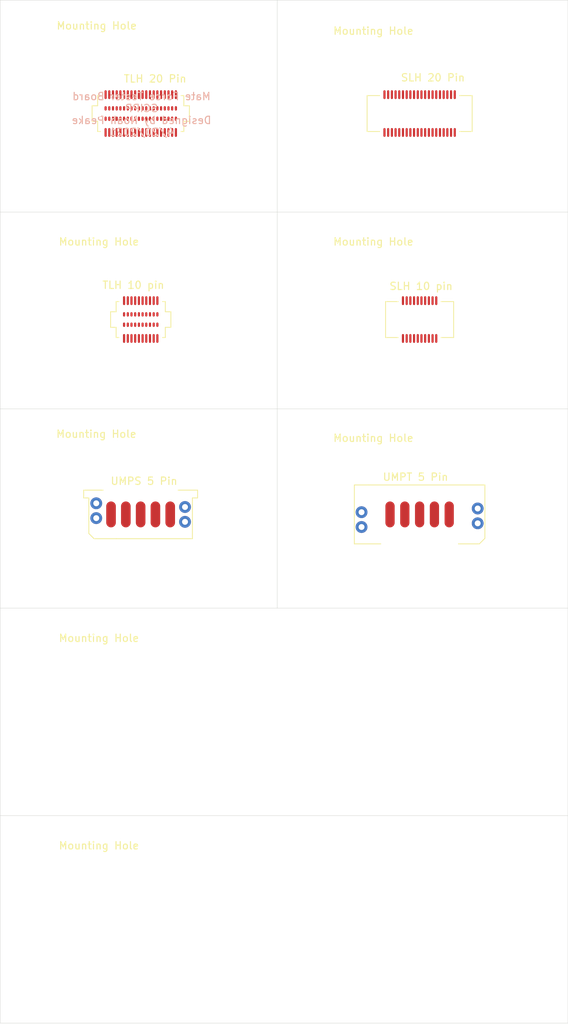
<source format=kicad_pcb>
(kicad_pcb (version 20171130) (host pcbnew "(5.1.4)-1")
  (title_block (title "Mate Force Tester Board") (date 2021-04-20) (rev v1) (company SCIPP) (comment 1 "Designed by Noah Peake") (comment 2 "Used to test mate force of the connectors after irradiation"))
  (layers (0 F.Cu signal) (31 B.Cu signal) (34 B.Paste user) (35 F.Paste user) (36 B.SilkS user) (37 F.SilkS user) (38 B.Mask user) (39 F.Mask user) (44 Edge.Cuts user))
  (net 0 "")
  (module MountingHole:MountingHole_3mm (layer F.Cu) (at 64.4 138)
    (fp_text reference H29)
    (fp_text value MountingHole_3mm)
    (fp_text user "Mounting Hole" (at 9.25 0) (layer F.SilkS))
    (pad "" np_thru_hole circle (at 0 0) (size 3 3) (drill 3) (layers *.Cu *.Mask))
  )
  (module MountingHole:MountingHole_3mm (layer F.Cu) (at 64.4 158)
    (fp_text reference H31)
    (fp_text value MountingHole_3mm)
    (pad 1 np_thru_hole circle (at 0 0) (size 3 3) (drill 3) (layers *.Cu *.Mask))
  )
  (module MountingHole:MountingHole_3mm (layer F.Cu) (at 133 158)
    (fp_text reference H32)
    (fp_text value MountingHole_3mm)
    (pad 1 np_thru_hole circle (at 0 0) (size 3 3) (drill 3) (layers *.Cu *.Mask))
  )
  (module MountingHole:MountingHole_3mm (layer F.Cu) (at 133 138)
    (fp_text reference H30)
    (fp_text value MountingHole_3mm)
    (pad 1 np_thru_hole circle (at 0 0) (size 3 3) (drill 3) (layers *.Cu *.Mask))
  )
  (module MountingHole:MountingHole_3mm (layer F.Cu) (at 133 110)
    (fp_text reference H26)
    (fp_text value MountingHole_3mm)
    (pad 1 np_thru_hole circle (at 0 0) (size 3 3) (drill 3) (layers *.Cu *.Mask))
  )
  (module MountingHole:MountingHole_3mm (layer F.Cu) (at 133 130)
    (fp_text reference H28)
    (fp_text value MountingHole_3mm)
    (pad 1 np_thru_hole circle (at 0 0) (size 3 3) (drill 3) (layers *.Cu *.Mask))
  )
  (module MountingHole:MountingHole_3mm (layer F.Cu) (at 64.4 130)
    (fp_text reference H27)
    (fp_text value MountingHole_3mm)
    (pad 1 np_thru_hole circle (at 0 0) (size 3 3) (drill 3) (layers *.Cu *.Mask))
  )
  (module MountingHole:MountingHole_3mm (layer F.Cu) (at 64.4 110)
    (fp_text reference H25)
    (fp_text value MountingHole_3mm)
    (fp_text user "Mounting Hole" (at 9.25 0) (layer F.SilkS))
    (pad "" np_thru_hole circle (at 0 0) (size 3 3) (drill 3) (layers *.Cu *.Mask))
  )
  (module MountingHole:MountingHole_3mm (layer F.Cu) (at 101.5 83)
    (fp_text reference H21)
    (fp_text value MountingHole_3mm)
    (fp_text user "Mounting Hole" (at 9.25 0) (layer F.SilkS))
    (pad "" np_thru_hole circle (at 0 0) (size 3 3) (drill 3) (layers *.Cu *.Mask))
  )
  (module MountingHole:MountingHole_3mm (layer F.Cu) (at 64.4 83)
    (fp_text reference H17)
    (fp_text value MountingHole_3mm)
    (fp_text user "Mounting Hole" (at 8.9 -0.55) (layer F.SilkS))
    (pad "" np_thru_hole circle (at 0 0) (size 3 3) (drill 3) (layers *.Cu *.Mask))
  )
  (module MountingHole:MountingHole_3mm (layer F.Cu) (at 101.5 56.5)
    (fp_text reference H13)
    (fp_text value MountingHole_3mm)
    (fp_text user "Mounting Hole" (at 9.25 0) (layer F.SilkS))
    (pad "" np_thru_hole circle (at 0 0) (size 3 3) (drill 3) (layers *.Cu *.Mask))
  )
  (module MountingHole:MountingHole_3mm (layer F.Cu) (at 101.5 28.05)
    (fp_text reference H5)
    (fp_text value MountingHole_3mm)
    (fp_text user "Mounting Hole" (at 9.25 0) (layer F.SilkS))
    (pad "" np_thru_hole circle (at 0 0) (size 3 3) (drill 3) (layers *.Cu *.Mask))
  )
  (module MountingHole:MountingHole_3mm (layer F.Cu) (at 64.4 56.5)
    (fp_text reference H9)
    (fp_text value MountingHole_3mm)
    (fp_text user "Mounting Hole" (at 9.25 0) (layer F.SilkS))
    (pad "" np_thru_hole circle (at 0 0) (size 3 3) (drill 3) (layers *.Cu *.Mask))
  )
  (module MountingHole:MountingHole_3mm (layer F.Cu) (at 101.5 48.7)
    (fp_text reference H7)
    (fp_text value MountingHole_3mm)
    (pad 1 np_thru_hole circle (at 0 0) (size 3 3) (drill 3) (layers *.Cu *.Mask))
  )
  (module MountingHole:MountingHole_3mm (layer F.Cu) (at 133 48.7)
    (fp_text reference H8)
    (fp_text value MountingHole_3mm)
    (pad 1 np_thru_hole circle (at 0 0) (size 3 3) (drill 3) (layers *.Cu *.Mask))
  )
  (module MountingHole:MountingHole_3mm (layer F.Cu) (at 133 102)
    (fp_text reference H24)
    (fp_text value MountingHole_3mm)
    (pad 1 np_thru_hole circle (at 0 0) (size 3 3) (drill 3) (layers *.Cu *.Mask))
  )
  (module MountingHole:MountingHole_3mm (layer F.Cu) (at 133 83)
    (fp_text reference H22)
    (fp_text value MountingHole_3mm)
    (pad 1 np_thru_hole circle (at 0 0) (size 3 3) (drill 3) (layers *.Cu *.Mask))
  )
  (module MountingHole:MountingHole_3mm (layer F.Cu) (at 101.5 102)
    (fp_text reference H23)
    (fp_text value MountingHole_3mm)
    (pad 1 np_thru_hole circle (at 0 0) (size 3 3) (drill 3) (layers *.Cu *.Mask))
  )
  (module MountingHole:MountingHole_3mm (layer F.Cu) (at 94 102)
    (fp_text reference H20)
    (fp_text value MountingHole_3mm)
    (pad 1 np_thru_hole circle (at 0 0) (size 3 3) (drill 3) (layers *.Cu *.Mask))
  )
  (module MountingHole:MountingHole_3mm (layer F.Cu) (at 94.05 83)
    (fp_text reference H18)
    (fp_text value MountingHole_3mm)
    (pad 1 np_thru_hole circle (at 0 0) (size 3 3) (drill 3) (layers *.Cu *.Mask))
  )
  (module MountingHole:MountingHole_3mm (layer F.Cu) (at 64.4 102)
    (fp_text reference H19)
    (fp_text value MountingHole_3mm)
    (pad 1 np_thru_hole circle (at 0 0) (size 3 3) (drill 3) (layers *.Cu *.Mask))
  )
  (module MountingHole:MountingHole_3mm (layer F.Cu) (at 133 56.5)
    (fp_text reference H14)
    (fp_text value MountingHole_3mm)
    (pad 1 np_thru_hole circle (at 0 0) (size 3 3) (drill 3) (layers *.Cu *.Mask))
  )
  (module MountingHole:MountingHole_3mm (layer F.Cu) (at 133 75)
    (fp_text reference H16)
    (fp_text value MountingHole_3mm)
    (pad 1 np_thru_hole circle (at 0 0) (size 3 3) (drill 3) (layers *.Cu *.Mask))
  )
  (module MountingHole:MountingHole_3mm (layer F.Cu) (at 101.5 75)
    (fp_text reference H15)
    (fp_text value MountingHole_3mm)
    (pad 1 np_thru_hole circle (at 0 0) (size 3 3) (drill 3) (layers *.Cu *.Mask))
  )
  (module MountingHole:MountingHole_3mm (layer F.Cu) (at 133 27.95)
    (fp_text reference H6)
    (fp_text value MountingHole_3mm)
    (pad 1 np_thru_hole circle (at 0 0) (size 3 3) (drill 3) (layers *.Cu *.Mask))
  )
  (module MountingHole:MountingHole_3mm (layer F.Cu) (at 94 56.5)
    (fp_text reference H10)
    (fp_text value MountingHole_3mm)
    (pad 1 np_thru_hole circle (at 0 0) (size 3 3) (drill 3) (layers *.Cu *.Mask))
  )
  (module MountingHole:MountingHole_3mm (layer F.Cu) (at 94 75)
    (fp_text reference H12)
    (fp_text value MountingHole_3mm)
    (pad 1 np_thru_hole circle (at 0 0) (size 3 3) (drill 3) (layers *.Cu *.Mask))
  )
  (module MountingHole:MountingHole_3mm (layer F.Cu) (at 64.4 75)
    (fp_text reference H11)
    (fp_text value MountingHole_3mm)
    (pad 1 np_thru_hole circle (at 0 0) (size 3 3) (drill 3) (layers *.Cu *.Mask))
  )
  (module MountingHole:MountingHole_3mm (layer F.Cu) (at 94 27.95)
    (fp_text reference H2)
    (fp_text value MountingHole_3mm)
    (pad 1 np_thru_hole circle (at 0 0) (size 3 3) (drill 3) (layers *.Cu *.Mask))
  )
  (module MountingHole:MountingHole_3mm (layer F.Cu) (at 94 48.7)
    (fp_text reference H4)
    (fp_text value MountingHole_3mm)
    (pad 1 np_thru_hole circle (at 0 0) (size 3 3) (drill 3) (layers *.Cu *.Mask))
  )
  (module MountingHole:MountingHole_3mm (layer F.Cu) (at 64.4 48.7)
    (fp_text reference H3)
    (fp_text value MountingHole_3mm)
    (pad 1 np_thru_hole circle (at 0 0) (size 3 3) (drill 3) (layers *.Cu *.Mask))
  )
  (module MountingHole:MountingHole_3mm (layer F.Cu) (at 64.4 27.85)
    (fp_text reference H1)
    (fp_text value MountingHole_3mm)
    (fp_text user "Mounting Hole" (at 8.95 -0.5) (layer F.SilkS))
    (pad "" np_thru_hole circle (at 0 0) (size 3 3) (drill 3) (layers *.Cu *.Mask))
  )
  (module "SCIPP_Connectors:UMPS 5 Pin" (layer F.Cu) (at 79.3 93.3)
    (fp_text reference J5)
    (fp_text value "UMPS 5 Pin" (at 0.45 -4.5) (layer F.SilkS))
    (fp_line (start -6.3144 3.274248) (end -3.2894 3.274248) (layer F.SilkS) (width 0.12))
    (fp_line (start -7.0144 -1.650752) (end -7.0144 -2.225752) (layer F.SilkS) (width 0.12))
    (fp_line (start -7.7144 -3.275752) (end -5.0894 -3.275752) (layer F.SilkS) (width 0.12))
    (fp_line (start -7.7144 -2.225752) (end -7.7144 -3.275752) (layer F.SilkS) (width 0.12))
    (fp_line (start -7.0144 -1.650752) (end -7.0144 2.574248) (layer F.SilkS) (width 0.12))
    (fp_line (start -7.0144 2.574248) (end -6.3144 3.274248) (layer F.SilkS) (width 0.12))
    (fp_line (start -7.0144 -2.225752) (end -7.7144 -2.225752) (layer F.SilkS) (width 0.12))
    (fp_line (start 7.6856 -3.275752) (end 7.6856 -2.250752) (layer F.SilkS) (width 0.12))
    (fp_line (start 7.6606 -3.275752) (end 5.0606 -3.275752) (layer F.SilkS) (width 0.12))
    (fp_line (start 7.6606 -3.275752) (end 7.6856 -3.275752) (layer F.SilkS) (width 0.12))
    (fp_line (start 6.9856 3.249248) (end 6.9856 3.274248) (layer F.SilkS) (width 0.12))
    (fp_line (start 6.9856 3.274248) (end -3.2894 3.274248) (layer F.SilkS) (width 0.12))
    (fp_line (start 7.6856 -2.250752) (end 7.6856 -2.225752) (layer F.SilkS) (width 0.12))
    (fp_line (start 6.9856 -2.225752) (end 6.9856 3.249248) (layer F.SilkS) (width 0.12))
    (fp_line (start 7.6856 -2.225752) (end 7.0106 -2.225752) (layer F.SilkS) (width 0.12))
    (fp_line (start 7.0106 -2.225752) (end 6.9856 -2.225752) (layer F.SilkS) (width 0.12))
    (pad 1 smd oval (at -4.0144 -0.000752) (size 1.3 3.5) (layers F.Cu F.Paste F.Mask))
    (pad 6 thru_hole circle (at -6.0144 -1.500752) (size 1.6 1.6) (drill 0.8) (layers *.Cu *.Mask))
    (pad 7 thru_hole circle (at -6.0144 0.499248) (size 1.6 1.6) (drill 0.8) (layers *.Cu *.Mask))
    (pad 8 thru_hole circle (at 5.9856 -1.000752) (size 1.6 1.6) (drill 0.8) (layers *.Cu *.Mask))
    (pad 2 smd oval (at -2.0144 -0.000752) (size 1.3 3.5) (layers F.Cu F.Paste F.Mask))
    (pad 5 smd oval (at 3.9856 -0.000752) (size 1.3 3.5) (layers F.Cu F.Paste F.Mask))
    (pad 9 thru_hole circle (at 5.9856 0.999248) (size 1.6 1.6) (drill 0.8) (layers *.Cu *.Mask))
    (pad 4 smd oval (at 1.9856 -0.000752) (size 1.3 3.5) (layers F.Cu F.Paste F.Mask))
    (pad 3 smd oval (at -0.0144 -0.000752) (size 1.3 3.5) (layers F.Cu F.Paste F.Mask))
  )
  (module "SCIPP_Connectors:UMPT 5 Pin" (layer F.Cu) (at 117 93.3)
    (fp_text reference J6)
    (fp_text value "UMPT 5 Pin" (at -0.55 -5.05) (layer F.SilkS))
    (fp_line (start -8.825 -3.975) (end -6.825 -3.975) (layer F.SilkS) (width 0.12))
    (fp_line (start -8.825 3.975) (end -8.825 -1.1) (layer F.SilkS) (width 0.12))
    (fp_line (start -8.825 3.975) (end -5.25 3.975) (layer F.SilkS) (width 0.12))
    (fp_line (start -8.825 -1.1) (end -8.825 -3.975) (layer F.SilkS) (width 0.12))
    (fp_line (start -8.8 3.975) (end -8.825 3.975) (layer F.SilkS) (width 0.12))
    (fp_line (start 8.825 -3.975) (end 8.825 3.225) (layer F.SilkS) (width 0.12))
    (fp_line (start 8.075 3.975) (end 5.25 3.975) (layer F.SilkS) (width 0.12))
    (fp_line (start -6.825 -3.975) (end 8.825 -3.975) (layer F.SilkS) (width 0.12))
    (fp_line (start 8.825 3.225) (end 8.075 3.975) (layer F.SilkS) (width 0.12))
    (pad 7 thru_hole circle (at -7.85 1.7) (size 1.6 1.6) (drill 0.8) (layers *.Cu *.Mask))
    (pad 6 thru_hole circle (at -7.85 -0.3) (size 1.6 1.6) (drill 0.8) (layers *.Cu *.Mask))
    (pad 5 smd oval (at -4 0) (size 1.25 3.5) (layers F.Cu F.Paste F.Mask))
    (pad 9 thru_hole circle (at 7.85 1.2) (size 1.6 1.6) (drill 0.8) (layers *.Cu *.Mask))
    (pad 1 smd oval (at 4 0) (size 1.25 3.5) (layers F.Cu F.Paste F.Mask))
    (pad 3 smd oval (at 0 0) (size 1.25 3.5) (layers F.Cu F.Paste F.Mask))
    (pad 8 thru_hole circle (at 7.85 -0.8) (size 1.6 1.6) (drill 0.8) (layers *.Cu *.Mask))
    (pad 2 smd oval (at 2 0) (size 1.25 3.5) (layers F.Cu F.Paste F.Mask))
    (pad 4 smd oval (at -2 0) (size 1.25 3.5) (layers F.Cu F.Paste F.Mask))
  )
  (module "SCIPP_Connectors:SLH (mp)" (layer F.Cu) (at 117 67)
    (fp_text reference J4)
    (fp_text value "SLH 10 pin" (at 0.2 -4.5) (layer F.SilkS))
    (fp_line (start -4.6 2.425) (end -4.6 -2.4) (layer F.SilkS) (width 0.12))
    (fp_line (start 4.6 2.425) (end 2.9 2.425) (layer F.SilkS) (width 0.12))
    (fp_line (start -2.9 2.425) (end -4.6 2.425) (layer F.SilkS) (width 0.12))
    (fp_line (start -4.6 -2.425) (end -2.9 -2.425) (layer F.SilkS) (width 0.12))
    (fp_line (start 4.6 2.4) (end 4.6 2.425) (layer F.SilkS) (width 0.12))
    (fp_line (start -4.6 -2.4) (end -4.6 -2.425) (layer F.SilkS) (width 0.12))
    (fp_line (start 2.9 -2.425) (end 4.6 -2.425) (layer F.SilkS) (width 0.12))
    (fp_line (start 4.6 -2.425) (end 4.6 2.4) (layer F.SilkS) (width 0.12))
    (pad 20 smd oval (at 2.25 -2.55) (size 0.3 1.2) (layers F.Cu F.Paste F.Mask))
    (pad 19 smd oval (at 2.25 2.55) (size 0.3 1.2) (layers F.Cu F.Paste F.Mask))
    (pad 18 smd oval (at 1.75 -2.55) (size 0.3 1.2) (layers F.Cu F.Paste F.Mask))
    (pad 17 smd oval (at 1.75 2.55) (size 0.3 1.2) (layers F.Cu F.Paste F.Mask))
    (pad 16 smd oval (at 1.25 -2.55) (size 0.3 1.2) (layers F.Cu F.Paste F.Mask))
    (pad 15 smd oval (at 1.25 2.55) (size 0.3 1.2) (layers F.Cu F.Paste F.Mask))
    (pad 14 smd oval (at 0.75 -2.55) (size 0.3 1.2) (layers F.Cu F.Paste F.Mask))
    (pad 13 smd oval (at 0.75 2.55) (size 0.3 1.2) (layers F.Cu F.Paste F.Mask))
    (pad 12 smd oval (at 0.25 -2.55) (size 0.3 1.2) (layers F.Cu F.Paste F.Mask))
    (pad 11 smd oval (at 0.25 2.55) (size 0.3 1.2) (layers F.Cu F.Paste F.Mask))
    (pad 10 smd oval (at -0.25 -2.55) (size 0.3 1.2) (layers F.Cu F.Paste F.Mask))
    (pad 9 smd oval (at -0.25 2.55) (size 0.3 1.2) (layers F.Cu F.Paste F.Mask))
    (pad 8 smd oval (at -0.75 -2.55) (size 0.3 1.2) (layers F.Cu F.Paste F.Mask))
    (pad 7 smd oval (at -0.75 2.55) (size 0.3 1.2) (layers F.Cu F.Paste F.Mask))
    (pad 6 smd oval (at -1.25 -2.55) (size 0.3 1.2) (layers F.Cu F.Paste F.Mask))
    (pad 5 smd oval (at -1.25 2.55) (size 0.3 1.2) (layers F.Cu F.Paste F.Mask))
    (pad 4 smd oval (at -1.75 -2.55) (size 0.3 1.2) (layers F.Cu F.Paste F.Mask))
    (pad 3 smd oval (at -1.75 2.55) (size 0.3 1.2) (layers F.Cu F.Paste F.Mask))
    (pad 2 smd oval (at -2.25 -2.55) (size 0.3 1.2) (layers F.Cu F.Paste F.Mask))
    (pad 1 smd oval (at -2.25 2.55) (size 0.3 1.2) (layers F.Cu F.Paste F.Mask))
    (pad "" np_thru_hole circle (at -3.2 0) (size 0.9 0.9) (drill 0.9) (layers *.Cu *.Mask))
    (pad "" np_thru_hole circle (at 3.2 0) (size 0.9 0.9) (drill 0.9) (layers *.Cu *.Mask))
  )
  (module "SCIPP_Connectors:TLH (mp)" (layer F.Cu) (at 79.3 67)
    (fp_text reference J3)
    (fp_text value "TLH 10 pin" (at -1 -4.65) (layer F.SilkS))
    (fp_line (start 4.075 -1.05) (end 4.075 1.05) (layer F.SilkS) (width 0.12))
    (fp_line (start 3.325 1.05) (end 3.325 2.425) (layer F.SilkS) (width 0.12))
    (fp_line (start -4.075 -1.05) (end -3.325 -1.05) (layer F.SilkS) (width 0.12))
    (fp_line (start 3.325 -1.05) (end 4.075 -1.05) (layer F.SilkS) (width 0.12))
    (fp_line (start 3.3 -2.425) (end 3.325 -2.425) (layer F.SilkS) (width 0.12))
    (fp_line (start 3.325 -2.425) (end 3.325 -1.05) (layer F.SilkS) (width 0.12))
    (fp_line (start -3.3 2.425) (end -3.325 2.425) (layer F.SilkS) (width 0.12))
    (fp_line (start -3.325 -2.425) (end -2.95 -2.425) (layer F.SilkS) (width 0.12))
    (fp_line (start 4.075 1.05) (end 3.325 1.05) (layer F.SilkS) (width 0.12))
    (fp_line (start 2.95 -2.425) (end 3.3 -2.425) (layer F.SilkS) (width 0.12))
    (fp_line (start 3.325 2.425) (end 2.95 2.425) (layer F.SilkS) (width 0.12))
    (fp_line (start -3.325 2.425) (end -3.325 1.05) (layer F.SilkS) (width 0.12))
    (fp_line (start -3.325 1.05) (end -4.075 1.05) (layer F.SilkS) (width 0.12))
    (fp_line (start -3.325 -1.05) (end -3.325 -2.425) (layer F.SilkS) (width 0.12))
    (fp_line (start -4.075 1.05) (end -4.075 -1.05) (layer F.SilkS) (width 0.12))
    (fp_line (start -2.95 2.425) (end -3.3 2.425) (layer F.SilkS) (width 0.12))
    (pad 20 smd oval (at 2.25 0.7) (size 0.3 0.6) (layers F.Cu F.Paste F.Mask))
    (pad 19 smd oval (at 2.25 -0.7) (size 0.3 0.6) (layers F.Cu F.Paste F.Mask))
    (pad 18 smd oval (at 1.75 0.7) (size 0.3 0.6) (layers F.Cu F.Paste F.Mask))
    (pad 17 smd oval (at 1.75 -0.7) (size 0.3 0.6) (layers F.Cu F.Paste F.Mask))
    (pad 16 smd oval (at 1.25 0.7) (size 0.3 0.6) (layers F.Cu F.Paste F.Mask))
    (pad 15 smd oval (at 1.25 -0.7) (size 0.3 0.6) (layers F.Cu F.Paste F.Mask))
    (pad 14 smd oval (at 0.75 0.7) (size 0.3 0.6) (layers F.Cu F.Paste F.Mask))
    (pad 13 smd oval (at 0.75 -0.7) (size 0.3 0.6) (layers F.Cu F.Paste F.Mask))
    (pad 12 smd oval (at 0.25 0.7) (size 0.3 0.6) (layers F.Cu F.Paste F.Mask))
    (pad 11 smd oval (at 0.25 -0.7) (size 0.3 0.6) (layers F.Cu F.Paste F.Mask))
    (pad 10 smd oval (at -0.25 0.7) (size 0.3 0.6) (layers F.Cu F.Paste F.Mask))
    (pad 9 smd oval (at -0.25 -0.7) (size 0.3 0.6) (layers F.Cu F.Paste F.Mask))
    (pad 8 smd oval (at -0.75 0.7) (size 0.3 0.6) (layers F.Cu F.Paste F.Mask))
    (pad 7 smd oval (at -0.75 -0.7) (size 0.3 0.6) (layers F.Cu F.Paste F.Mask))
    (pad 6 smd oval (at -1.25 0.7) (size 0.3 0.6) (layers F.Cu F.Paste F.Mask))
    (pad 5 smd oval (at -1.25 -0.7) (size 0.3 0.6) (layers F.Cu F.Paste F.Mask))
    (pad 4 smd oval (at -1.75 0.7) (size 0.3 0.6) (layers F.Cu F.Paste F.Mask))
    (pad 3 smd oval (at -1.75 -0.7) (size 0.3 0.6) (layers F.Cu F.Paste F.Mask))
    (pad 2 smd oval (at -2.25 0.7) (size 0.3 0.6) (layers F.Cu F.Paste F.Mask))
    (pad 20 smd oval (at 2.25 2.55) (size 0.3 1.2) (layers F.Cu F.Paste F.Mask))
    (pad 19 smd oval (at 2.25 -2.55) (size 0.3 1.2) (layers F.Cu F.Paste F.Mask))
    (pad 18 smd oval (at 1.75 2.55) (size 0.3 1.2) (layers F.Cu F.Paste F.Mask))
    (pad 17 smd oval (at 1.75 -2.55) (size 0.3 1.2) (layers F.Cu F.Paste F.Mask))
    (pad 16 smd oval (at 1.25 2.55) (size 0.3 1.2) (layers F.Cu F.Paste F.Mask))
    (pad 15 smd oval (at 1.25 -2.55) (size 0.3 1.2) (layers F.Cu F.Paste F.Mask))
    (pad 14 smd oval (at 0.75 2.55) (size 0.3 1.2) (layers F.Cu F.Paste F.Mask))
    (pad 13 smd oval (at 0.75 -2.55) (size 0.3 1.2) (layers F.Cu F.Paste F.Mask))
    (pad 12 smd oval (at 0.25 2.55) (size 0.3 1.2) (layers F.Cu F.Paste F.Mask))
    (pad 11 smd oval (at 0.25 -2.55) (size 0.3 1.2) (layers F.Cu F.Paste F.Mask))
    (pad 10 smd oval (at -0.25 2.55) (size 0.3 1.2) (layers F.Cu F.Paste F.Mask))
    (pad 9 smd oval (at -0.25 -2.55) (size 0.3 1.2) (layers F.Cu F.Paste F.Mask))
    (pad 8 smd oval (at -0.75 2.55) (size 0.3 1.2) (layers F.Cu F.Paste F.Mask))
    (pad 7 smd oval (at -0.75 -2.55) (size 0.3 1.2) (layers F.Cu F.Paste F.Mask))
    (pad 6 smd oval (at -1.25 2.55) (size 0.3 1.2) (layers F.Cu F.Paste F.Mask))
    (pad 5 smd oval (at -1.25 -2.55) (size 0.3 1.2) (layers F.Cu F.Paste F.Mask))
    (pad 4 smd oval (at -1.75 2.55) (size 0.3 1.2) (layers F.Cu F.Paste F.Mask))
    (pad 3 smd oval (at -1.75 -2.55) (size 0.3 1.2) (layers F.Cu F.Paste F.Mask))
    (pad 2 smd oval (at -2.25 2.55) (size 0.3 1.2) (layers F.Cu F.Paste F.Mask))
    (pad 1 smd oval (at -2.25 -2.55) (size 0.3 1.2) (layers F.Cu F.Paste F.Mask))
    (pad "" np_thru_hole circle (at 3.2 0) (size 0.9 0.9) (drill 0.9) (layers *.Cu *.Mask))
    (pad "" np_thru_hole circle (at -3.2 0) (size 0.9 0.9) (drill 0.9) (layers *.Cu *.Mask))
    (pad 1 smd oval (at -2.25 -0.7) (size 0.3 0.6) (layers F.Cu F.Paste F.Mask))
  )
  (module "SCIPP_Connectors:SLH 20 Pin" (layer F.Cu) (at 117 39.2)
    (fp_text reference J2)
    (fp_text value "SLH 20 Pin" (at 1.8 -4.85) (layer F.SilkS))
    (fp_line (start 7.101 -2.4255) (end 7.101 2.3995) (layer F.SilkS) (width 0.12))
    (fp_line (start 7.101 2.3995) (end 7.101 2.4245) (layer F.SilkS) (width 0.12))
    (fp_line (start 5.401 -2.4255) (end 7.101 -2.4255) (layer F.SilkS) (width 0.12))
    (fp_line (start 7.101 2.4245) (end 5.401 2.4245) (layer F.SilkS) (width 0.12))
    (fp_line (start -7.099 -2.4255) (end -5.399 -2.4255) (layer F.SilkS) (width 0.12))
    (fp_line (start -7.099 -2.4005) (end -7.099 -2.4255) (layer F.SilkS) (width 0.12))
    (fp_line (start -7.099 2.4245) (end -7.099 -2.4005) (layer F.SilkS) (width 0.12))
    (fp_line (start -5.399 2.4245) (end -7.099 2.4245) (layer F.SilkS) (width 0.12))
    (pad 40 smd oval (at 4.75 -2.55 180) (size 0.3 1.2) (layers F.Cu F.Paste F.Mask))
    (pad 39 smd oval (at 4.75 2.55 180) (size 0.3 1.2) (layers F.Cu F.Paste F.Mask))
    (pad 38 smd oval (at 4.25 -2.55 180) (size 0.3 1.2) (layers F.Cu F.Paste F.Mask))
    (pad 37 smd oval (at 4.25 2.55 180) (size 0.3 1.2) (layers F.Cu F.Paste F.Mask))
    (pad 36 smd oval (at 3.75 -2.55 180) (size 0.3 1.2) (layers F.Cu F.Paste F.Mask))
    (pad 35 smd oval (at 3.75 2.55 180) (size 0.3 1.2) (layers F.Cu F.Paste F.Mask))
    (pad 34 smd oval (at 3.25 -2.55 180) (size 0.3 1.2) (layers F.Cu F.Paste F.Mask))
    (pad 33 smd oval (at 3.25 2.55 180) (size 0.3 1.2) (layers F.Cu F.Paste F.Mask))
    (pad 32 smd oval (at 2.75 -2.55 180) (size 0.3 1.2) (layers F.Cu F.Paste F.Mask))
    (pad 31 smd oval (at 2.75 2.55 180) (size 0.3 1.2) (layers F.Cu F.Paste F.Mask))
    (pad 30 smd oval (at 2.25 -2.55 180) (size 0.3 1.2) (layers F.Cu F.Paste F.Mask))
    (pad 29 smd oval (at 2.25 2.55 180) (size 0.3 1.2) (layers F.Cu F.Paste F.Mask))
    (pad 28 smd oval (at 1.75 -2.55 180) (size 0.3 1.2) (layers F.Cu F.Paste F.Mask))
    (pad 27 smd oval (at 1.75 2.55 180) (size 0.3 1.2) (layers F.Cu F.Paste F.Mask))
    (pad 26 smd oval (at 1.25 -2.55 180) (size 0.3 1.2) (layers F.Cu F.Paste F.Mask))
    (pad 25 smd oval (at 1.25 2.55 180) (size 0.3 1.2) (layers F.Cu F.Paste F.Mask))
    (pad 24 smd oval (at 0.75 -2.55 180) (size 0.3 1.2) (layers F.Cu F.Paste F.Mask))
    (pad 23 smd oval (at 0.75 2.55 180) (size 0.3 1.2) (layers F.Cu F.Paste F.Mask))
    (pad 22 smd oval (at 0.25 -2.55 180) (size 0.3 1.2) (layers F.Cu F.Paste F.Mask))
    (pad 21 smd oval (at 0.25 2.55 180) (size 0.3 1.2) (layers F.Cu F.Paste F.Mask))
    (pad 20 smd oval (at -0.25 -2.55 180) (size 0.3 1.2) (layers F.Cu F.Paste F.Mask))
    (pad 19 smd oval (at -0.25 2.55 180) (size 0.3 1.2) (layers F.Cu F.Paste F.Mask))
    (pad 18 smd oval (at -0.75 -2.55 180) (size 0.3 1.2) (layers F.Cu F.Paste F.Mask))
    (pad 17 smd oval (at -0.75 2.55 180) (size 0.3 1.2) (layers F.Cu F.Paste F.Mask))
    (pad 16 smd oval (at -1.25 -2.55 180) (size 0.3 1.2) (layers F.Cu F.Paste F.Mask))
    (pad 15 smd oval (at -1.25 2.55 180) (size 0.3 1.2) (layers F.Cu F.Paste F.Mask))
    (pad 14 smd oval (at -1.75 -2.55 180) (size 0.3 1.2) (layers F.Cu F.Paste F.Mask))
    (pad 13 smd oval (at -1.75 2.55 180) (size 0.3 1.2) (layers F.Cu F.Paste F.Mask))
    (pad 12 smd oval (at -2.25 -2.55 180) (size 0.3 1.2) (layers F.Cu F.Paste F.Mask))
    (pad 11 smd oval (at -2.25 2.55 180) (size 0.3 1.2) (layers F.Cu F.Paste F.Mask))
    (pad 10 smd oval (at -2.75 -2.55 180) (size 0.3 1.2) (layers F.Cu F.Paste F.Mask))
    (pad 9 smd oval (at -2.75 2.55 180) (size 0.3 1.2) (layers F.Cu F.Paste F.Mask))
    (pad 8 smd oval (at -3.25 -2.55 180) (size 0.3 1.2) (layers F.Cu F.Paste F.Mask))
    (pad 7 smd oval (at -3.25 2.55 180) (size 0.3 1.2) (layers F.Cu F.Paste F.Mask))
    (pad 6 smd oval (at -3.75 -2.55 180) (size 0.3 1.2) (layers F.Cu F.Paste F.Mask))
    (pad 5 smd oval (at -3.75 2.55 180) (size 0.3 1.2) (layers F.Cu F.Paste F.Mask))
    (pad 4 smd oval (at -4.25 -2.55 180) (size 0.3 1.2) (layers F.Cu F.Paste F.Mask))
    (pad 3 smd oval (at -4.25 2.55 180) (size 0.3 1.2) (layers F.Cu F.Paste F.Mask))
    (pad 2 smd oval (at -4.75 -2.55 180) (size 0.3 1.2) (layers F.Cu F.Paste F.Mask))
    (pad "" np_thru_hole circle (at 5.7 0) (size 0.9 0.9) (drill 0.9) (layers *.Cu *.Mask))
    (pad "" np_thru_hole circle (at -5.7 0) (size 0.9 0.9) (drill 0.9) (layers *.Cu *.Mask))
    (pad 1 smd oval (at -4.75 2.55 180) (size 0.3 1.2) (layers F.Cu F.Paste F.Mask))
  )
  (module "SCIPP_Connectors:TLH 20 Pin" (layer F.Cu) (at 79.3 39.2)
    (fp_text reference J1)
    (fp_text value "TLH 20 Pin" (at 1.95 -4.7) (layer F.SilkS))
    (fp_line (start 5.8265 2.425) (end 5.4515 2.425) (layer F.SilkS) (width 0.12))
    (fp_line (start 5.8265 1.05) (end 5.8265 2.425) (layer F.SilkS) (width 0.12))
    (fp_line (start 6.5765 -1.05) (end 6.5765 1.05) (layer F.SilkS) (width 0.12))
    (fp_line (start 5.8265 -1.05) (end 6.5765 -1.05) (layer F.SilkS) (width 0.12))
    (fp_line (start 6.5765 1.05) (end 5.8265 1.05) (layer F.SilkS) (width 0.12))
    (fp_line (start 5.4515 -2.425) (end 5.8015 -2.425) (layer F.SilkS) (width 0.12))
    (fp_line (start 5.8015 -2.425001) (end 5.8265 -2.425001) (layer F.SilkS) (width 0.12))
    (fp_line (start 5.8265 -2.425) (end 5.8265 -1.05) (layer F.SilkS) (width 0.12))
    (fp_line (start -5.8235 1.05) (end -6.5735 1.05) (layer F.SilkS) (width 0.12))
    (fp_line (start -6.5735 1.05) (end -6.5735 -1.05) (layer F.SilkS) (width 0.12))
    (fp_line (start -5.8235 2.425) (end -5.8235 1.05) (layer F.SilkS) (width 0.12))
    (fp_line (start -5.4485 2.425) (end -5.7985 2.425) (layer F.SilkS) (width 0.12))
    (fp_line (start -6.5735 -1.05) (end -5.8235 -1.05) (layer F.SilkS) (width 0.12))
    (fp_line (start -5.8235 -1.05) (end -5.8235 -2.425) (layer F.SilkS) (width 0.12))
    (fp_line (start -5.8235 -2.425) (end -5.4485 -2.425) (layer F.SilkS) (width 0.12))
    (fp_line (start -5.7985 2.424999) (end -5.8235 2.424999) (layer F.SilkS) (width 0.12))
    (pad 40 smd oval (at 4.75 2.55) (size 0.3 1.2) (layers F.Cu F.Paste F.Mask))
    (pad 39 smd oval (at 4.75 -2.55) (size 0.3 1.2) (layers F.Cu F.Paste F.Mask))
    (pad 38 smd oval (at 4.25 2.55) (size 0.3 1.2) (layers F.Cu F.Paste F.Mask))
    (pad 37 smd oval (at 4.25 -2.55) (size 0.3 1.2) (layers F.Cu F.Paste F.Mask))
    (pad 36 smd oval (at 3.75 2.55) (size 0.3 1.2) (layers F.Cu F.Paste F.Mask))
    (pad 35 smd oval (at 3.75 -2.55) (size 0.3 1.2) (layers F.Cu F.Paste F.Mask))
    (pad 34 smd oval (at 3.25 2.55) (size 0.3 1.2) (layers F.Cu F.Paste F.Mask))
    (pad 33 smd oval (at 3.25 -2.55) (size 0.3 1.2) (layers F.Cu F.Paste F.Mask))
    (pad 32 smd oval (at 2.75 2.55) (size 0.3 1.2) (layers F.Cu F.Paste F.Mask))
    (pad 31 smd oval (at 2.75 -2.55) (size 0.3 1.2) (layers F.Cu F.Paste F.Mask))
    (pad 30 smd oval (at 2.25 2.55) (size 0.3 1.2) (layers F.Cu F.Paste F.Mask))
    (pad 29 smd oval (at 2.25 -2.55) (size 0.3 1.2) (layers F.Cu F.Paste F.Mask))
    (pad 28 smd oval (at 1.75 2.55) (size 0.3 1.2) (layers F.Cu F.Paste F.Mask))
    (pad 27 smd oval (at 1.75 -2.55) (size 0.3 1.2) (layers F.Cu F.Paste F.Mask))
    (pad 26 smd oval (at 1.25 2.55) (size 0.3 1.2) (layers F.Cu F.Paste F.Mask))
    (pad 25 smd oval (at 1.25 -2.55) (size 0.3 1.2) (layers F.Cu F.Paste F.Mask))
    (pad 24 smd oval (at 0.75 2.55) (size 0.3 1.2) (layers F.Cu F.Paste F.Mask))
    (pad 23 smd oval (at 0.75 -2.55) (size 0.3 1.2) (layers F.Cu F.Paste F.Mask))
    (pad 22 smd oval (at 0.25 2.55) (size 0.3 1.2) (layers F.Cu F.Paste F.Mask))
    (pad 21 smd oval (at 0.25 -2.55) (size 0.3 1.2) (layers F.Cu F.Paste F.Mask))
    (pad 20 smd oval (at -0.25 2.55) (size 0.3 1.2) (layers F.Cu F.Paste F.Mask))
    (pad 19 smd oval (at -0.25 -2.55) (size 0.3 1.2) (layers F.Cu F.Paste F.Mask))
    (pad 18 smd oval (at -0.75 2.55) (size 0.3 1.2) (layers F.Cu F.Paste F.Mask))
    (pad 17 smd oval (at -0.75 -2.55) (size 0.3 1.2) (layers F.Cu F.Paste F.Mask))
    (pad 16 smd oval (at -1.25 2.55) (size 0.3 1.2) (layers F.Cu F.Paste F.Mask))
    (pad 15 smd oval (at -1.25 -2.55) (size 0.3 1.2) (layers F.Cu F.Paste F.Mask))
    (pad 14 smd oval (at -1.75 2.55) (size 0.3 1.2) (layers F.Cu F.Paste F.Mask))
    (pad 13 smd oval (at -1.75 -2.55) (size 0.3 1.2) (layers F.Cu F.Paste F.Mask))
    (pad 12 smd oval (at -2.25 2.55) (size 0.3 1.2) (layers F.Cu F.Paste F.Mask))
    (pad 11 smd oval (at -2.25 -2.55) (size 0.3 1.2) (layers F.Cu F.Paste F.Mask))
    (pad 10 smd oval (at -2.75 2.55) (size 0.3 1.2) (layers F.Cu F.Paste F.Mask))
    (pad 9 smd oval (at -2.75 -2.55) (size 0.3 1.2) (layers F.Cu F.Paste F.Mask))
    (pad 8 smd oval (at -3.25 2.55) (size 0.3 1.2) (layers F.Cu F.Paste F.Mask))
    (pad 7 smd oval (at -3.25 -2.55) (size 0.3 1.2) (layers F.Cu F.Paste F.Mask))
    (pad 6 smd oval (at -3.75 2.55) (size 0.3 1.2) (layers F.Cu F.Paste F.Mask))
    (pad 5 smd oval (at -3.75 -2.55) (size 0.3 1.2) (layers F.Cu F.Paste F.Mask))
    (pad 4 smd oval (at -4.25 2.55) (size 0.3 1.2) (layers F.Cu F.Paste F.Mask))
    (pad 3 smd oval (at -4.25 -2.55) (size 0.3 1.2) (layers F.Cu F.Paste F.Mask))
    (pad 2 smd oval (at -4.75 2.55) (size 0.3 1.2) (layers F.Cu F.Paste F.Mask))
    (pad 40 smd oval (at 4.75 0.7) (size 0.3 0.6) (layers F.Cu F.Mask))
    (pad 39 smd oval (at 4.75 -0.7) (size 0.3 0.6) (layers F.Cu F.Mask))
    (pad 38 smd oval (at 4.25 0.7) (size 0.3 0.6) (layers F.Cu F.Mask))
    (pad 37 smd oval (at 4.25 -0.7) (size 0.3 0.6) (layers F.Cu F.Mask))
    (pad 36 smd oval (at 3.75 0.7) (size 0.3 0.6) (layers F.Cu F.Mask))
    (pad 35 smd oval (at 3.75 -0.7) (size 0.3 0.6) (layers F.Cu F.Mask))
    (pad 34 smd oval (at 3.25 0.7) (size 0.3 0.6) (layers F.Cu F.Mask))
    (pad 33 smd oval (at 3.25 -0.7) (size 0.3 0.6) (layers F.Cu F.Mask))
    (pad 32 smd oval (at 2.75 0.7) (size 0.3 0.6) (layers F.Cu F.Mask))
    (pad 31 smd oval (at 2.75 -0.7) (size 0.3 0.6) (layers F.Cu F.Mask))
    (pad 30 smd oval (at 2.25 0.7) (size 0.3 0.6) (layers F.Cu F.Mask))
    (pad 29 smd oval (at 2.25 -0.7) (size 0.3 0.6) (layers F.Cu F.Mask))
    (pad 28 smd oval (at 1.75 0.7) (size 0.3 0.6) (layers F.Cu F.Mask))
    (pad 27 smd oval (at 1.75 -0.7) (size 0.3 0.6) (layers F.Cu F.Mask))
    (pad 26 smd oval (at 1.25 0.7) (size 0.3 0.6) (layers F.Cu F.Mask))
    (pad 25 smd oval (at 1.25 -0.7) (size 0.3 0.6) (layers F.Cu F.Mask))
    (pad 24 smd oval (at 0.75 0.7) (size 0.3 0.6) (layers F.Cu F.Mask))
    (pad 23 smd oval (at 0.75 -0.7) (size 0.3 0.6) (layers F.Cu F.Mask))
    (pad 22 smd oval (at 0.25 0.7) (size 0.3 0.6) (layers F.Cu F.Mask))
    (pad 21 smd oval (at 0.25 -0.7) (size 0.3 0.6) (layers F.Cu F.Mask))
    (pad 20 smd oval (at -0.25 0.7) (size 0.3 0.6) (layers F.Cu F.Mask))
    (pad 19 smd oval (at -0.25 -0.7) (size 0.3 0.6) (layers F.Cu F.Mask))
    (pad 18 smd oval (at -0.75 0.7) (size 0.3 0.6) (layers F.Cu F.Mask))
    (pad 17 smd oval (at -0.75 -0.7) (size 0.3 0.6) (layers F.Cu F.Mask))
    (pad 16 smd oval (at -1.25 0.7) (size 0.3 0.6) (layers F.Cu F.Mask))
    (pad 15 smd oval (at -1.25 -0.7) (size 0.3 0.6) (layers F.Cu F.Mask))
    (pad 14 smd oval (at -1.75 0.7) (size 0.3 0.6) (layers F.Cu F.Mask))
    (pad 13 smd oval (at -1.75 -0.7) (size 0.3 0.6) (layers F.Cu F.Mask))
    (pad 12 smd oval (at -2.25 0.7) (size 0.3 0.6) (layers F.Cu F.Mask))
    (pad 11 smd oval (at -2.25 -0.7) (size 0.3 0.6) (layers F.Cu F.Mask))
    (pad 10 smd oval (at -2.75 0.7) (size 0.3 0.6) (layers F.Cu F.Mask))
    (pad 9 smd oval (at -2.75 -0.7) (size 0.3 0.6) (layers F.Cu F.Mask))
    (pad 8 smd oval (at -3.25 0.7) (size 0.3 0.6) (layers F.Cu F.Mask))
    (pad 7 smd oval (at -3.25 -0.7) (size 0.3 0.6) (layers F.Cu F.Mask))
    (pad 6 smd oval (at -3.75 0.7) (size 0.3 0.6) (layers F.Cu F.Mask))
    (pad 5 smd oval (at -3.75 -0.7) (size 0.3 0.6) (layers F.Cu F.Mask))
    (pad 4 smd oval (at -4.25 0.7) (size 0.3 0.6) (layers F.Cu F.Mask))
    (pad 3 smd oval (at -4.25 -0.7) (size 0.3 0.6) (layers F.Cu F.Mask))
    (pad 2 smd oval (at -4.75 0.7) (size 0.3 0.6) (layers F.Cu F.Mask))
    (pad "" np_thru_hole circle (at 5.7 0) (size 0.9 0.9) (drill 0.9) (layers *.Cu *.Mask))
    (pad 1 smd oval (at -4.75 -2.55) (size 0.3 1.2) (layers F.Cu F.Paste F.Mask))
    (pad "" np_thru_hole circle (at -5.7 0) (size 0.9 0.9) (drill 0.9) (layers *.Cu *.Mask))
    (pad 1 smd oval (at -4.75 -0.7) (size 0.3 0.6) (layers F.Cu F.Mask))
  )
  (gr_line (start 60.3 161.95) (end 137.05 161.95) (layer Edge.Cuts) (width 0.05))
  (gr_text "Mate Force Tester Board\nSCIPP\nDesigned by Noah Peake\n4/20/2021" (at 79.4 39.3) (layer B.SilkS) (effects (font (size 1 1)) (justify mirror)))
  (gr_line (start 60.3 133.95) (end 137.05 133.95) (layer Edge.Cuts) (width 0.05))
  (gr_line (start 60.3 52.5) (end 137.05 52.5) (layer Edge.Cuts) (width 0.05))
  (gr_line (start 60.3 79.05) (end 137.05 79.05) (layer Edge.Cuts) (width 0.05))
  (gr_line (start 97.75 23.9) (end 97.75 105.95) (layer Edge.Cuts) (width 0.05))
  (gr_line (start 60.3 23.9) (end 60.3 161.95) (layer Edge.Cuts) (width 0.05))
  (gr_line (start 137.05 23.9) (end 60.3 23.9) (layer Edge.Cuts) (width 0.05))
  (gr_line (start 137.05 161.95) (end 137.05 23.9) (layer Edge.Cuts) (width 0.05))
  (gr_line (start 60.3 105.95) (end 137.05 105.95) (layer Edge.Cuts) (width 0.05))
)
</source>
